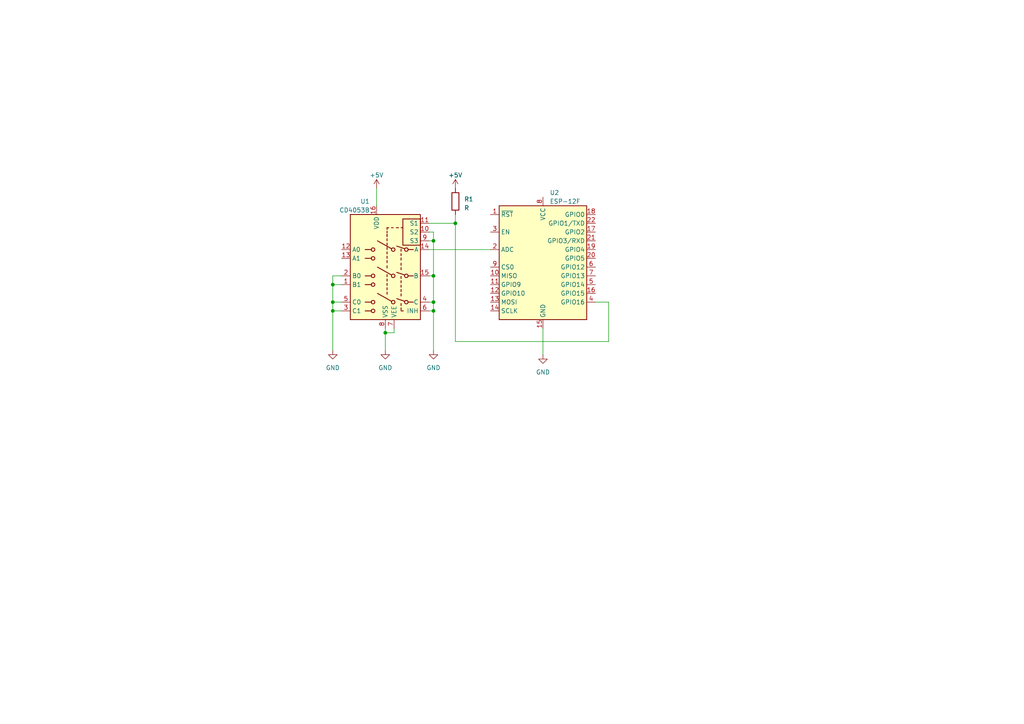
<source format=kicad_sch>
(kicad_sch (version 20230121) (generator eeschema)
  (paper "A4")
  (lib_symbols
    (symbol "Analog_Switch:CD4053B"
      (property "Reference" "U" (at -10.16 16.51 0))
      (property "Value" "CD4053B" (at 3.81 16.51 0))
      (symbol "CD4053B_0_1"
        (rectangle (start -10.16 6.35) (end -5.08 13.97) (stroke (width 0.254)))
        (rectangle (start -10.16 15.24) (end 10.16 -15.24) (stroke (width 0.254)) (fill (type background)))
        (circle (center -6.096 -10.16) (radius 0.508) (stroke (width 0.254)))
        (circle (center -6.096 -2.54) (radius 0.508) (stroke (width 0.254)))
        (circle (center -6.096 5.08) (radius 0.508) (stroke (width 0.254)))
        (circle (center -2.286 -10.16) (radius 0.508) (stroke (width 0.254)))
        (circle (center -2.286 -2.54) (radius 0.508) (stroke (width 0.254)))
        (circle (center -2.286 5.08) (radius 0.508) (stroke (width 0.254)))
        (polyline (pts (xy -8.128 -10.16) (xy -6.604 -10.16)) (stroke (width 0.254)))
        (polyline (pts (xy -8.128 -2.54) (xy -6.604 -2.54)) (stroke (width 0.254)))
        (polyline (pts (xy -8.128 5.08) (xy -6.604 5.08)) (stroke (width 0.254)))
        (polyline (pts (xy -5.588 -9.906) (xy -3.302 -9.144)) (stroke (width 0.254)))
        (polyline (pts (xy -5.588 -2.286) (xy -3.302 -1.524)) (stroke (width 0.254)))
        (polyline (pts (xy -5.588 5.334) (xy -3.302 6.096)) (stroke (width 0.254)))
        (polyline (pts (xy -4.572 -12.7) (xy -5.207 -12.7)) (stroke (width 0.254)))
        (polyline (pts (xy -4.572 -12.446) (xy -4.572 -11.811)) (stroke (width 0.254)))
        (polyline (pts (xy -4.572 -11.176) (xy -4.572 -10.541)) (stroke (width 0.254)))
        (polyline (pts (xy -4.572 -8.382) (xy -4.572 -7.747)) (stroke (width 0.254)))
        (polyline (pts (xy -4.572 -7.112) (xy -4.572 -6.477)) (stroke (width 0.254)))
        (polyline (pts (xy -4.572 -5.842) (xy -4.572 -5.207)) (stroke (width 0.254)))
        (polyline (pts (xy -4.572 -4.572) (xy -4.572 -3.937)) (stroke (width 0.254)))
        (polyline (pts (xy -4.572 -3.302) (xy -4.572 -2.667)) (stroke (width 0.254)))
        (polyline (pts (xy -4.572 -0.762) (xy -4.572 -0.127)) (stroke (width 0.254)))
        (polyline (pts (xy -4.572 0.508) (xy -4.572 1.143)) (stroke (width 0.254)))
        (polyline (pts (xy -4.572 2.032) (xy -4.572 2.667)) (stroke (width 0.254)))
        (polyline (pts (xy -4.572 3.302) (xy -4.572 3.937)) (stroke (width 0.254)))
        (polyline (pts (xy -4.572 4.572) (xy -4.572 5.207)) (stroke (width 0.254)))
        (polyline (pts (xy -4.572 11.43) (xy -5.08 11.43)) (stroke (width 0.254)))
        (polyline (pts (xy -3.81 11.43) (xy -3.175 11.43)) (stroke (width 0.254)))
        (polyline (pts (xy -1.778 -9.906) (xy 2.286 -7.62)) (stroke (width 0.254)))
        (polyline (pts (xy -1.778 -2.286) (xy 2.286 0)) (stroke (width 0.254)))
        (polyline (pts (xy -1.778 5.334) (xy 2.286 7.62)) (stroke (width 0.254)))
        (polyline (pts (xy -1.778 11.43) (xy -2.286 11.43)) (stroke (width 0.254)))
        (polyline (pts (xy -0.508 -7.874) (xy -0.508 -7.239)) (stroke (width 0.254)))
        (polyline (pts (xy -0.508 -6.604) (xy -0.508 -5.969)) (stroke (width 0.254)))
        (polyline (pts (xy -0.508 -5.334) (xy -0.508 -4.699)) (stroke (width 0.254)))
        (polyline (pts (xy -0.508 -4.064) (xy -0.508 -3.429)) (stroke (width 0.254)))
        (polyline (pts (xy -0.508 -2.794) (xy -0.508 -2.159)) (stroke (width 0.254)))
        (polyline (pts (xy -0.508 -0.254) (xy -0.508 0.381)) (stroke (width 0.254)))
        (polyline (pts (xy -0.508 1.27) (xy -0.508 1.905)) (stroke (width 0.254)))
        (polyline (pts (xy -0.508 2.54) (xy -0.508 3.175)) (stroke (width 0.254)))
        (polyline (pts (xy -0.508 3.81) (xy -0.508 4.445)) (stroke (width 0.254)))
        (polyline (pts (xy -0.508 5.08) (xy -0.508 5.715)) (stroke (width 0.254)))
        (polyline (pts (xy -0.508 6.35) (xy -0.508 6.985)) (stroke (width 0.254)))
        (polyline (pts (xy -0.508 7.62) (xy -0.508 8.255)) (stroke (width 0.254)))
        (polyline (pts (xy -0.508 8.89) (xy -0.508 9.398)) (stroke (width 0.254)))
        (polyline (pts (xy -0.508 8.89) (xy -0.508 9.525)) (stroke (width 0.254)))
        (polyline (pts (xy -0.508 9.906) (xy -0.508 10.414)) (stroke (width 0.254)))
        (polyline (pts (xy -0.508 10.922) (xy -0.508 11.43)) (stroke (width 0.254)))
        (polyline (pts (xy -0.508 11.43) (xy -1.016 11.43)) (stroke (width 0.254)))
        (polyline (pts (xy 4.064 -12.7) (xy 5.842 -12.7)) (stroke (width 0.254)))
        (polyline (pts (xy 4.064 -10.16) (xy 5.842 -10.16)) (stroke (width 0.254)))
        (polyline (pts (xy 4.064 -5.08) (xy 5.842 -5.08)) (stroke (width 0.254)))
        (polyline (pts (xy 4.064 -2.54) (xy 5.842 -2.54)) (stroke (width 0.254)))
        (polyline (pts (xy 4.064 2.54) (xy 5.842 2.54)) (stroke (width 0.254)))
        (polyline (pts (xy 4.064 5.08) (xy 5.842 5.08)) (stroke (width 0.254)))
        (circle (center 3.556 -12.7) (radius 0.508) (stroke (width 0.254)))
        (circle (center 3.556 -10.16) (radius 0.508) (stroke (width 0.254)))
        (circle (center 3.556 -5.08) (radius 0.508) (stroke (width 0.254)))
        (circle (center 3.556 -2.54) (radius 0.508) (stroke (width 0.254)))
        (circle (center 3.556 2.54) (radius 0.508) (stroke (width 0.254)))
        (circle (center 3.556 5.08) (radius 0.508) (stroke (width 0.254)))
      )
      (symbol "CD4053B_1_1"
        (pin bidirectional line (at 12.7 -5.08 180) (length 2.54) (name "B1") (number "1"))
        (pin input line (at -12.7 10.16 0) (length 2.54) (name "S2") (number "10"))
        (pin input line (at -12.7 12.7 0) (length 2.54) (name "S1") (number "11"))
        (pin bidirectional line (at 12.7 5.08 180) (length 2.54) (name "A0") (number "12"))
        (pin bidirectional line (at 12.7 2.54 180) (length 2.54) (name "A1") (number "13"))
        (pin bidirectional line (at -12.7 5.08 0) (length 2.54) (name "A") (number "14"))
        (pin bidirectional line (at -12.7 -2.54 0) (length 2.54) (name "B") (number "15"))
        (pin power_in line (at 2.54 17.78 270) (length 2.54) (name "VDD") (number "16"))
        (pin bidirectional line (at 12.7 -2.54 180) (length 2.54) (name "B0") (number "2"))
        (pin bidirectional line (at 12.7 -12.7 180) (length 2.54) (name "C1") (number "3"))
        (pin bidirectional line (at -12.7 -10.16 0) (length 2.54) (name "C") (number "4"))
        (pin bidirectional line (at 12.7 -10.16 180) (length 2.54) (name "C0") (number "5"))
        (pin input line (at -12.7 -12.7 0) (length 2.54) (name "INH") (number "6"))
        (pin power_in line (at -2.54 -17.78 90) (length 2.54) (name "VEE") (number "7"))
        (pin power_in line (at 0 -17.78 90) (length 2.54) (name "VSS") (number "8"))
        (pin input line (at -12.7 7.62 0) (length 2.54) (name "S3") (number "9"))
      )
    )
    (symbol "Device:R" (pin_numbers hide) (pin_names (offset 0))
      (property "Reference" "R" (at 2.032 0 90))
      (property "Value" "R" (at 0 0 90))
      (symbol "R_0_1"
        (rectangle (start -1.016 -2.54) (end 1.016 2.54) (stroke (width 0.254)))
      )
      (symbol "R_1_1"
        (pin passive line (at 0 3.81 270) (length 1.27) (name "~") (number "1"))
        (pin passive line (at 0 -3.81 90) (length 1.27) (name "~") (number "2"))
      )
    )
    (symbol "RF_Module:ESP-12F"
      (property "Reference" "U" (at -12.7 19.05 0))
      (property "Value" "ESP-12F" (at 12.7 19.05 0))
      (symbol "ESP-12F_0_1"
        (rectangle (start -12.7 17.78) (end 12.7 -15.24) (stroke (width 0.254)) (fill (type background)))
      )
      (symbol "ESP-12F_1_1"
        (pin input line (at -15.24 15.24 0) (length 2.54) (name "~{RST}") (number "1"))
        (pin bidirectional line (at -15.24 -2.54 0) (length 2.54) (name "MISO") (number "10"))
        (pin bidirectional line (at -15.24 -5.08 0) (length 2.54) (name "GPIO9") (number "11"))
        (pin bidirectional line (at -15.24 -7.62 0) (length 2.54) (name "GPIO10") (number "12"))
        (pin bidirectional line (at -15.24 -10.16 0) (length 2.54) (name "MOSI") (number "13"))
        (pin bidirectional line (at -15.24 -12.7 0) (length 2.54) (name "SCLK") (number "14"))
        (pin power_in line (at 0 -17.78 90) (length 2.54) (name "GND") (number "15"))
        (pin bidirectional line (at 15.24 -7.62 180) (length 2.54) (name "GPIO15") (number "16"))
        (pin bidirectional line (at 15.24 10.16 180) (length 2.54) (name "GPIO2") (number "17"))
        (pin bidirectional line (at 15.24 15.24 180) (length 2.54) (name "GPIO0") (number "18"))
        (pin bidirectional line (at 15.24 5.08 180) (length 2.54) (name "GPIO4") (number "19"))
        (pin input line (at -15.24 5.08 0) (length 2.54) (name "ADC") (number "2"))
        (pin bidirectional line (at 15.24 2.54 180) (length 2.54) (name "GPIO5") (number "20"))
        (pin bidirectional line (at 15.24 7.62 180) (length 2.54) (name "GPIO3/RXD") (number "21"))
        (pin bidirectional line (at 15.24 12.7 180) (length 2.54) (name "GPIO1/TXD") (number "22"))
        (pin input line (at -15.24 10.16 0) (length 2.54) (name "EN") (number "3"))
        (pin bidirectional line (at 15.24 -10.16 180) (length 2.54) (name "GPIO16") (number "4"))
        (pin bidirectional line (at 15.24 -5.08 180) (length 2.54) (name "GPIO14") (number "5"))
        (pin bidirectional line (at 15.24 0 180) (length 2.54) (name "GPIO12") (number "6"))
        (pin bidirectional line (at 15.24 -2.54 180) (length 2.54) (name "GPIO13") (number "7"))
        (pin power_in line (at 0 20.32 270) (length 2.54) (name "VCC") (number "8"))
        (pin input line (at -15.24 0 0) (length 2.54) (name "CS0") (number "9"))
      )
    )
    (symbol "power:+5V" (power) (pin_names (offset 0))
      (property "Value" "+5V" (at 0 3.556 0))
      (symbol "+5V_0_1"
        (polyline (pts (xy -0.762 1.27) (xy 0 2.54)))
        (polyline (pts (xy 0 0) (xy 0 2.54)))
        (polyline (pts (xy 0 2.54) (xy 0.762 1.27)))
      )
      (symbol "+5V_1_1"
        (pin power_in line (at 0 0 90) (length 0) hide (name "+5V") (number "1"))
      )
    )
    (symbol "power:GND" (power) (pin_names (offset 0))
      (property "Value" "GND" (at 0 -3.81 0))
      (symbol "GND_0_1"
        (polyline (pts (xy 0 0) (xy 0 -1.27) (xy 1.27 -1.27) (xy 0 -2.54) (xy -1.27 -1.27) (xy 0 -1.27)))
      )
      (symbol "GND_1_1"
        (pin power_in line (at 0 0 270) (length 0) hide (name "GND") (number "1"))
      )
    )
  )
  (junction (at 96.52 82.55))
  (junction (at 125.73 90.17))
  (junction (at 132.08 64.77))
  (junction (at 125.73 80.01))
  (junction (at 96.52 90.17))
  (junction (at 125.73 69.85))
  (junction (at 111.76 96.52))
  (junction (at 125.73 87.63))
  (junction (at 96.52 87.63))
  (wire (pts (xy 125.73 69.85) (xy 125.73 80.01)))
  (wire (pts (xy 96.52 90.17) (xy 96.52 87.63)))
  (wire (pts (xy 124.46 87.63) (xy 125.73 87.63)))
  (wire (pts (xy 125.73 67.31) (xy 125.73 69.85)))
  (wire (pts (xy 111.76 96.52) (xy 114.3 96.52)))
  (wire (pts (xy 124.46 69.85) (xy 125.73 69.85)))
  (wire (pts (xy 176.53 99.06) (xy 132.08 99.06)))
  (wire (pts (xy 132.08 62.23) (xy 132.08 64.77)))
  (wire (pts (xy 96.52 90.17) (xy 99.06 90.17)))
  (wire (pts (xy 96.52 82.55) (xy 96.52 80.01)))
  (wire (pts (xy 124.46 80.01) (xy 125.73 80.01)))
  (wire (pts (xy 96.52 80.01) (xy 99.06 80.01)))
  (wire (pts (xy 125.73 87.63) (xy 125.73 90.17)))
  (wire (pts (xy 176.53 87.63) (xy 172.72 87.63)))
  (wire (pts (xy 125.73 90.17) (xy 125.73 101.6)))
  (wire (pts (xy 124.46 72.39) (xy 142.24 72.39)))
  (wire (pts (xy 109.22 54.61) (xy 109.22 59.69)))
  (wire (pts (xy 132.08 64.77) (xy 132.08 99.06)))
  (wire (pts (xy 176.53 87.63) (xy 176.53 99.06)))
  (wire (pts (xy 124.46 67.31) (xy 125.73 67.31)))
  (wire (pts (xy 96.52 87.63) (xy 99.06 87.63)))
  (wire (pts (xy 124.46 90.17) (xy 125.73 90.17)))
  (wire (pts (xy 132.08 64.77) (xy 124.46 64.77)))
  (wire (pts (xy 96.52 87.63) (xy 96.52 82.55)))
  (wire (pts (xy 125.73 80.01) (xy 125.73 87.63)))
  (wire (pts (xy 96.52 82.55) (xy 99.06 82.55)))
  (wire (pts (xy 157.48 95.25) (xy 157.48 102.87)))
  (wire (pts (xy 111.76 96.52) (xy 111.76 101.6)))
  (wire (pts (xy 111.76 95.25) (xy 111.76 96.52)))
  (wire (pts (xy 96.52 101.6) (xy 96.52 90.17)))
  (wire (pts (xy 114.3 95.25) (xy 114.3 96.52)))
  (symbol (lib_id "Device:R") (at 132.08 58.42 0) (unit 1)
    (property "Reference" "R1" (at 134.62 57.785 0) (effects (justify left)))
    (property "Value" "R" (at 134.62 60.325 0) (effects (justify left)))
  )
  (symbol (lib_id "power:GND") (at 157.48 102.87 0) (unit 1)
    (property "Reference" "#PWR05" (effects hide))
    (property "Value" "GND" (at 157.48 107.95 0))
  )
  (symbol (lib_id "power:+5V") (at 109.22 54.61 0) (unit 1)
    (property "Reference" "#PWR04" (effects hide))
    (property "Value" "+5V" (at 109.22 50.8 0))
  )
  (symbol (lib_id "power:+5V") (at 132.08 54.61 0) (unit 1)
    (property "Reference" "#PWR06" (effects hide))
    (property "Value" "+5V" (at 132.08 50.8 0))
  )
  (symbol (lib_id "power:GND") (at 111.76 101.6 0) (unit 1)
    (property "Reference" "#PWR02" (effects hide))
    (property "Value" "GND" (at 111.76 106.68 0))
  )
  (symbol (lib_id "RF_Module:ESP-12F") (at 157.48 77.47 0) (unit 1)
    (property "Reference" "U2" (at 159.4359 55.88 0) (effects (justify left)))
    (property "Value" "ESP-12F" (at 159.4359 58.42 0) (effects (justify left)))
    (property "Footprint" "RF_Module:ESP-12E" (effects hide))
    (property "Datasheet" "http://wiki.ai-thinker.com/_media/esp8266/esp8266_series_modules_user_manual_v1.1.pdf" (effects hide))
  )
  (symbol (lib_id "Analog_Switch:CD4053B") (at 111.76 77.47 0) (mirror y) (unit 1)
    (property "Reference" "U1" (at 107.2641 58.42 0) (effects (justify left)))
    (property "Value" "CD4053B" (at 107.2641 60.96 0) (effects (justify left)))
    (property "Datasheet" "http://www.ti.com/lit/ds/symlink/cd4052b.pdf" (effects hide))
  )
  (symbol (lib_id "power:GND") (at 125.73 101.6 0) (unit 1)
    (property "Reference" "#PWR01" (effects hide))
    (property "Value" "GND" (at 125.73 106.68 0))
  )
  (symbol (lib_id "power:GND") (at 96.52 101.6 0) (unit 1)
    (property "Reference" "#PWR03" (effects hide))
    (property "Value" "GND" (at 96.52 106.68 0))
  )
)
</source>
